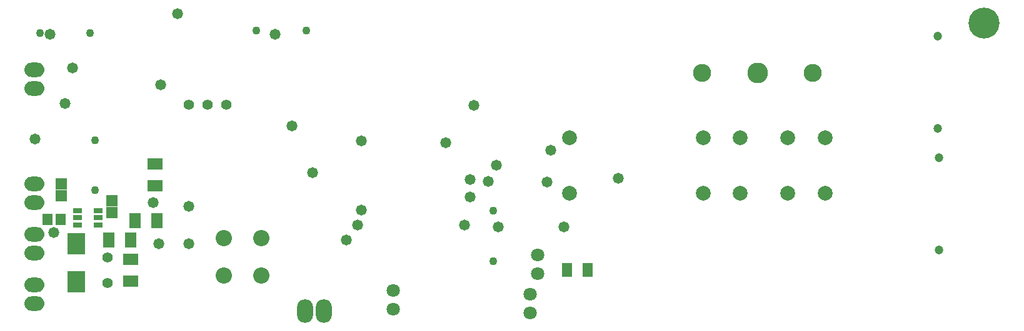
<source format=gbs>
G04*
G04 #@! TF.GenerationSoftware,Altium Limited,Altium Designer,20.0.10 (225)*
G04*
G04 Layer_Color=16711935*
%FSLAX24Y24*%
%MOIN*%
G70*
G01*
G75*
%ADD38R,0.0552X0.0730*%
%ADD44R,0.0533X0.0611*%
%ADD47R,0.0631X0.0592*%
%ADD48R,0.0789X0.0592*%
%ADD58C,0.1655*%
%ADD59C,0.0710*%
%ADD60C,0.0434*%
%ADD61O,0.0867X0.1261*%
%ADD62O,0.1064X0.0769*%
%ADD63C,0.0474*%
%ADD64C,0.0867*%
%ADD65C,0.0552*%
%ADD66C,0.1104*%
%ADD67C,0.0966*%
%ADD68C,0.0789*%
%ADD69C,0.0580*%
%ADD91R,0.0946X0.1143*%
%ADD92R,0.0592X0.0789*%
%ADD93R,0.0474X0.0316*%
D38*
X42551Y13800D02*
D03*
X41449D02*
D03*
D44*
X14444Y16500D02*
D03*
X13756D02*
D03*
D47*
X14500Y17785D02*
D03*
Y18415D02*
D03*
X17200Y17500D02*
D03*
Y16870D02*
D03*
D48*
X18200Y14371D02*
D03*
Y13229D02*
D03*
X19500Y19471D02*
D03*
Y18329D02*
D03*
D58*
X63700Y27000D02*
D03*
D59*
X39889Y14598D02*
D03*
Y13598D02*
D03*
X39500Y12500D02*
D03*
Y11500D02*
D03*
X32200Y12700D02*
D03*
Y11700D02*
D03*
D60*
X37520Y16971D02*
D03*
Y14294D02*
D03*
X27556Y26622D02*
D03*
X24879D02*
D03*
X16021Y26480D02*
D03*
X13344D02*
D03*
X16280Y18079D02*
D03*
Y20756D02*
D03*
D61*
X28500Y11600D02*
D03*
X27500D02*
D03*
D62*
X13050Y15700D02*
D03*
Y14700D02*
D03*
X13050Y13000D02*
D03*
Y12000D02*
D03*
Y18400D02*
D03*
Y17400D02*
D03*
Y24500D02*
D03*
Y23500D02*
D03*
D63*
X61230Y26311D02*
D03*
Y21389D02*
D03*
X61280Y19811D02*
D03*
Y14889D02*
D03*
D64*
X23150Y15500D02*
D03*
Y13500D02*
D03*
X25150Y15500D02*
D03*
Y13500D02*
D03*
D65*
X16950Y13100D02*
D03*
Y14478D02*
D03*
X21300Y22650D02*
D03*
X22300D02*
D03*
X23300D02*
D03*
D66*
X51603Y24350D02*
D03*
D67*
X48650D02*
D03*
X54556D02*
D03*
D68*
X41599Y17904D02*
D03*
Y20896D02*
D03*
X48705Y17904D02*
D03*
X50674D02*
D03*
X53233D02*
D03*
X55201D02*
D03*
X48705Y20896D02*
D03*
X50674D02*
D03*
X53233D02*
D03*
X55201D02*
D03*
D69*
X40400Y18500D02*
D03*
X44200Y18700D02*
D03*
X40600Y20200D02*
D03*
X36000Y16200D02*
D03*
X37700Y19400D02*
D03*
X37235Y18555D02*
D03*
X19800Y23700D02*
D03*
X20700Y27500D02*
D03*
X25900Y26400D02*
D03*
X14100Y15800D02*
D03*
X13900Y26400D02*
D03*
X13100Y20800D02*
D03*
X21300Y15200D02*
D03*
X19700D02*
D03*
X36500Y22600D02*
D03*
X41300Y16100D02*
D03*
X37800D02*
D03*
X30500Y17000D02*
D03*
X30293Y16207D02*
D03*
X29700Y15400D02*
D03*
X19400Y17400D02*
D03*
X14700Y22700D02*
D03*
X15100Y24600D02*
D03*
X26800Y21500D02*
D03*
X27900Y19000D02*
D03*
X30500Y20700D02*
D03*
X35000Y20600D02*
D03*
X36280Y17700D02*
D03*
Y18650D02*
D03*
X21300Y17200D02*
D03*
D91*
X15300Y15204D02*
D03*
Y13196D02*
D03*
D92*
X18171Y15400D02*
D03*
X17029D02*
D03*
X19571Y16445D02*
D03*
X18429D02*
D03*
D93*
X15359Y16974D02*
D03*
Y16600D02*
D03*
Y16226D02*
D03*
X16441D02*
D03*
Y16600D02*
D03*
Y16974D02*
D03*
M02*

</source>
